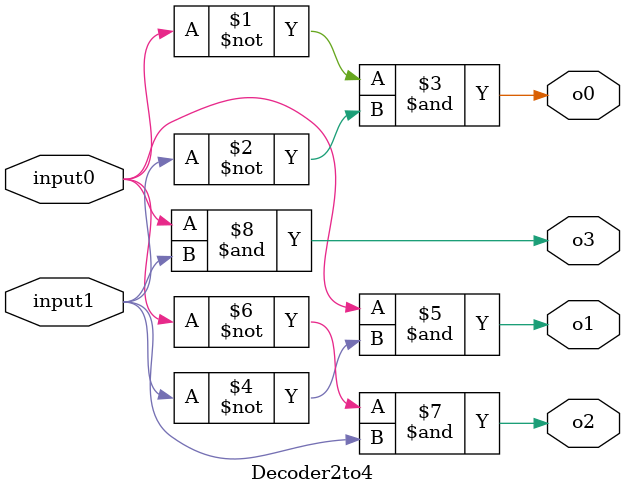
<source format=v>
module Decoder2to4 (input0, input1, o0, o1, o2, o3);

	input wire input0, input1;
	output wire o0, o1, o2, o3;
	
	assign o0 = ~input0 & ~input1;
	assign o1 = input0 & ~input1;
	assign o2 = ~input0 & input1;
	assign o3 = input0 & input1;
	
endmodule
	
</source>
